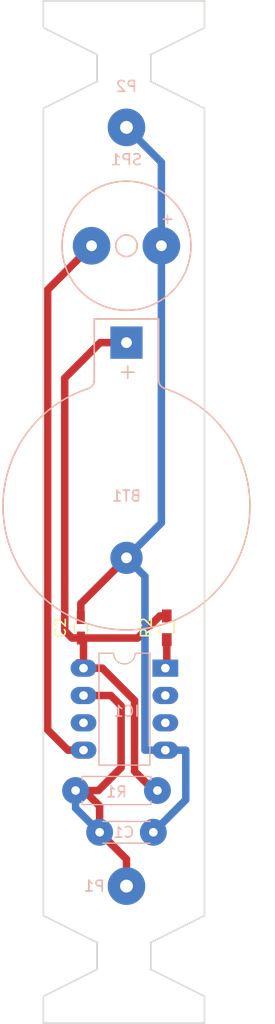
<source format=kicad_pcb>
(kicad_pcb (version 20171130) (host pcbnew "(5.1.12)-1")

  (general
    (thickness 1.6)
    (drawings 20)
    (tracks 50)
    (zones 0)
    (modules 9)
    (nets 9)
  )

  (page A4)
  (layers
    (0 F.Cu signal)
    (31 B.Cu signal)
    (32 B.Adhes user)
    (33 F.Adhes user)
    (34 B.Paste user)
    (35 F.Paste user)
    (36 B.SilkS user)
    (37 F.SilkS user)
    (38 B.Mask user)
    (39 F.Mask user)
    (40 Dwgs.User user)
    (41 Cmts.User user)
    (42 Eco1.User user)
    (43 Eco2.User user)
    (44 Edge.Cuts user)
    (45 Margin user)
    (46 B.CrtYd user)
    (47 F.CrtYd user)
    (48 B.Fab user)
    (49 F.Fab user hide)
  )

  (setup
    (last_trace_width 0.7)
    (trace_clearance 0.2)
    (zone_clearance 1)
    (zone_45_only no)
    (trace_min 0.2)
    (via_size 0.8)
    (via_drill 0.4)
    (via_min_size 0.4)
    (via_min_drill 0.3)
    (uvia_size 0.3)
    (uvia_drill 0.1)
    (uvias_allowed no)
    (uvia_min_size 0.2)
    (uvia_min_drill 0.1)
    (edge_width 0.15)
    (segment_width 0.2)
    (pcb_text_width 0.3)
    (pcb_text_size 1.5 1.5)
    (mod_edge_width 0.15)
    (mod_text_size 1 1)
    (mod_text_width 0.15)
    (pad_size 2.5 2.5)
    (pad_drill 0.8)
    (pad_to_mask_clearance 0.2)
    (aux_axis_origin 0 0)
    (visible_elements 7FFFFFFF)
    (pcbplotparams
      (layerselection 0x01000_7fffffff)
      (usegerberextensions false)
      (usegerberattributes true)
      (usegerberadvancedattributes true)
      (creategerberjobfile true)
      (excludeedgelayer true)
      (linewidth 0.100000)
      (plotframeref false)
      (viasonmask false)
      (mode 1)
      (useauxorigin false)
      (hpglpennumber 1)
      (hpglpenspeed 20)
      (hpglpendiameter 15.000000)
      (psnegative false)
      (psa4output false)
      (plotreference true)
      (plotvalue true)
      (plotinvisibletext false)
      (padsonsilk false)
      (subtractmaskfromsilk false)
      (outputformat 1)
      (mirror false)
      (drillshape 0)
      (scaleselection 1)
      (outputdirectory "./gerbers"))
  )

  (net 0 "")
  (net 1 VCC)
  (net 2 GND)
  (net 3 "Net-(C1-Pad1)")
  (net 4 "Net-(IC1-Pad3)")
  (net 5 "Net-(IC1-Pad6)")
  (net 6 "Net-(IC1-Pad2)")
  (net 7 "Net-(IC1-Pad5)")
  (net 8 "Net-(IC1-Pad1)")

  (net_class Default "This is the default net class."
    (clearance 0.2)
    (trace_width 0.7)
    (via_dia 0.8)
    (via_drill 0.4)
    (uvia_dia 0.3)
    (uvia_drill 0.1)
    (add_net GND)
    (add_net "Net-(C1-Pad1)")
    (add_net "Net-(IC1-Pad1)")
    (add_net "Net-(IC1-Pad2)")
    (add_net "Net-(IC1-Pad3)")
    (add_net "Net-(IC1-Pad5)")
    (add_net "Net-(IC1-Pad6)")
    (add_net VCC)
  )

  (module Battery_Holders:Keystone_103_1x20mm-CoinCell (layer B.Cu) (tedit 589451D0) (tstamp 5894223C)
    (at 142.738 90.76 270)
    (descr http://www.keyelco.com/product-pdf.cfm?p=719)
    (tags "Keystone type 103 battery holder")
    (path /589366D5)
    (fp_text reference BT1 (at 0.25 0 180) (layer B.SilkS)
      (effects (font (size 1 1) (thickness 0.15)) (justify mirror))
    )
    (fp_text value Battery (at 15 -13 270) (layer B.Fab)
      (effects (font (size 1 1) (thickness 0.15)) (justify mirror))
    )
    (fp_line (start -16.45 3.25) (end -10.5 3.25) (layer B.CrtYd) (width 0.05))
    (fp_line (start -16.45 -3.25) (end -10.5 -3.25) (layer B.CrtYd) (width 0.05))
    (fp_line (start -16.45 -3.25) (end -16.45 3.25) (layer B.CrtYd) (width 0.05))
    (fp_line (start -16.2 3) (end -10.5 3) (layer B.SilkS) (width 0.15))
    (fp_line (start -16.2 -3) (end -16.2 3) (layer B.SilkS) (width 0.15))
    (fp_line (start -16.2 -3) (end -10.5 -3) (layer B.SilkS) (width 0.15))
    (fp_line (start 9.5712 -7.7216) (end 8.6568 -6.8834) (layer B.Fab) (width 0.15))
    (fp_line (start 9.5712 7.7216) (end 8.6314 6.858) (layer B.Fab) (width 0.15))
    (fp_line (start -10.4694 2.9) (end -15.7 2.9) (layer B.Fab) (width 0.15))
    (fp_line (start -15.7 -2.9) (end -10.4694 -2.9) (layer B.Fab) (width 0.15))
    (fp_line (start -16.1 2.5) (end -16.1 -2.5) (layer B.Fab) (width 0.15))
    (fp_line (start -14 -1.3) (end 2.2 -1.3) (layer B.Fab) (width 0.15))
    (fp_line (start 2.2 1.3) (end -14 1.3) (layer B.Fab) (width 0.15))
    (fp_line (start -14 1.3) (end -14 -1.3) (layer B.Fab) (width 0.15))
    (fp_text user + (at -11.25 0 270) (layer B.SilkS)
      (effects (font (size 1.5 1.5) (thickness 0.15)) (justify mirror))
    )
    (fp_arc (start -15.7 2.5) (end -16.1 2.5) (angle -90) (layer B.Fab) (width 0.15))
    (fp_arc (start -15.7 -2.5) (end -16.1 -2.5) (angle 90) (layer B.Fab) (width 0.15))
    (fp_arc (start 2.2 0) (end 2.2 1.3) (angle -180) (layer B.Fab) (width 0.15))
    (fp_arc (start -10.5 3.8) (end -10.5 2.9) (angle 70) (layer B.Fab) (width 0.15))
    (fp_arc (start 1.2 0) (end -8.8 1.3) (angle -180) (layer B.Fab) (width 0.15))
    (fp_arc (start 1.2 0) (end -5 1.3) (angle -170) (layer B.Fab) (width 0.15))
    (fp_arc (start 1.2 0) (end -0.7 1.3) (angle -150) (layer B.Fab) (width 0.15))
    (fp_arc (start 1.2 0) (end -0.7 -1.3) (angle 150) (layer B.Fab) (width 0.15))
    (fp_arc (start 1.2 0) (end -5 -1.3) (angle 170) (layer B.Fab) (width 0.15))
    (fp_arc (start 1.2 0) (end -8.8 -1.3) (angle 180) (layer B.Fab) (width 0.15))
    (fp_arc (start 1.2 0) (end -9.65 3.5) (angle -162.5) (layer B.Fab) (width 0.15))
    (fp_arc (start 1.2 0) (end -9.65 -3.5) (angle 162.5) (layer B.Fab) (width 0.15))
    (fp_arc (start -10.5 -3.8) (end -10.5 -2.9) (angle -70) (layer B.Fab) (width 0.15))
    (fp_arc (start -10.5 3.8) (end -10.5 3) (angle 70) (layer B.SilkS) (width 0.15))
    (fp_arc (start 1.2 0) (end -9.75 3.5) (angle -162.5) (layer B.SilkS) (width 0.15))
    (fp_arc (start -10.5 -3.8) (end -10.5 -3) (angle -70) (layer B.SilkS) (width 0.15))
    (fp_arc (start 1.2 0) (end -9.75 -3.5) (angle 162.5) (layer B.SilkS) (width 0.15))
    (fp_arc (start -10.5 3.8) (end -10.5 3.25) (angle 70) (layer B.CrtYd) (width 0.05))
    (fp_arc (start -10.5 -3.8) (end -10.5 -3.25) (angle -70) (layer B.CrtYd) (width 0.05))
    (fp_arc (start 1.2 0) (end -9.985 3.6) (angle -162.5) (layer B.CrtYd) (width 0.05))
    (fp_arc (start 1.2 0) (end -9.985 -3.6) (angle 162.5) (layer B.CrtYd) (width 0.05))
    (pad 1 thru_hole rect (at -14 0 270) (size 3 3) (drill 1) (layers *.Cu *.Mask)
      (net 1 VCC))
    (pad 2 thru_hole circle (at 6 0 270) (size 3 3) (drill 1) (layers *.Cu *.Mask)
      (net 2 GND))
    (pad "" np_thru_hole circle (at -8.1 4.4 270) (size 1.5 1.5) (drill 1.5) (layers *.Cu *.Mask))
    (pad "" np_thru_hole circle (at 8.1 4.4 270) (size 1.5 1.5) (drill 1.5) (layers *.Cu *.Mask))
    (model Battery_Holders.3dshapes/Keystone_103_1x20mm-CoinCell.wrl
      (offset (xyz 15.23999977111816 0 0))
      (scale (xyz 1 1 1))
      (rotate (xyz 0 0 180))
    )
    (model "${KIPRJMOD}/User Library-keystone-PN103.STEP"
      (offset (xyz 0.7999999879852057 0 0))
      (scale (xyz 1 1 1))
      (rotate (xyz -90 0 90))
    )
  )

  (module Buzzers_Beepers:Buzzer_12x9.5RM7.6 (layer B.Cu) (tedit 58949CF1) (tstamp 589422B0)
    (at 142.738 67.76 180)
    (descr "Generic Buzzer, D12mm height 9.5mm with RM7.6mm")
    (tags buzzer)
    (path /58936797)
    (fp_text reference SP1 (at 0 8.001 180) (layer B.SilkS)
      (effects (font (size 1 1) (thickness 0.15)) (justify mirror))
    )
    (fp_text value SPEAKER (at -1.00076 -8.001 180) (layer B.Fab)
      (effects (font (size 1 1) (thickness 0.15)) (justify mirror))
    )
    (fp_circle (center 0 0) (end 1.00076 0) (layer B.SilkS) (width 0.15))
    (fp_circle (center 0 0) (end 6 0) (layer B.SilkS) (width 0.15))
    (fp_text user + (at -3.81 2.54 180) (layer B.SilkS)
      (effects (font (size 1 1) (thickness 0.15)) (justify mirror))
    )
    (pad 2 thru_hole circle (at 3.25 0 180) (size 3.5 3.5) (drill 1.00076) (layers *.Cu *.Mask)
      (net 7 "Net-(IC1-Pad5)"))
    (pad 1 thru_hole circle (at -3.25 0 180) (size 3.5 3.5) (drill 1.00076) (layers *.Cu *.Mask)
      (net 2 GND))
    (model Buzzers_Beepers.3dshapes/Buzzer_12x9.5RM7.6.wrl
      (at (xyz 0 0 0))
      (scale (xyz 4 4 4))
      (rotate (xyz 0 0 0))
    )
  )

  (module Capacitors_SMD:C_0603_HandSoldering (layer F.Cu) (tedit 541A9B4D) (tstamp 5894225C)
    (at 138.488 103.26 90)
    (descr "Capacitor SMD 0603, hand soldering")
    (tags "capacitor 0603")
    (path /5893684A)
    (attr smd)
    (fp_text reference C2 (at 0 -1.9 90) (layer F.SilkS)
      (effects (font (size 1 1) (thickness 0.15)))
    )
    (fp_text value C (at 0 1.9 90) (layer F.Fab)
      (effects (font (size 1 1) (thickness 0.15)))
    )
    (fp_line (start -0.8 0.4) (end -0.8 -0.4) (layer F.Fab) (width 0.1))
    (fp_line (start 0.8 0.4) (end -0.8 0.4) (layer F.Fab) (width 0.1))
    (fp_line (start 0.8 -0.4) (end 0.8 0.4) (layer F.Fab) (width 0.1))
    (fp_line (start -0.8 -0.4) (end 0.8 -0.4) (layer F.Fab) (width 0.1))
    (fp_line (start -1.85 -0.75) (end 1.85 -0.75) (layer F.CrtYd) (width 0.05))
    (fp_line (start -1.85 0.75) (end 1.85 0.75) (layer F.CrtYd) (width 0.05))
    (fp_line (start -1.85 -0.75) (end -1.85 0.75) (layer F.CrtYd) (width 0.05))
    (fp_line (start 1.85 -0.75) (end 1.85 0.75) (layer F.CrtYd) (width 0.05))
    (fp_line (start -0.35 -0.6) (end 0.35 -0.6) (layer F.SilkS) (width 0.12))
    (fp_line (start 0.35 0.6) (end -0.35 0.6) (layer F.SilkS) (width 0.12))
    (pad 2 smd rect (at 0.95 0 90) (size 1.2 0.75) (layers F.Cu F.Paste F.Mask)
      (net 2 GND))
    (pad 1 smd rect (at -0.95 0 90) (size 1.2 0.75) (layers F.Cu F.Paste F.Mask)
      (net 1 VCC))
    (model Capacitors_SMD.3dshapes/C_0603_HandSoldering.wrl
      (at (xyz 0 0 0))
      (scale (xyz 1 1 1))
      (rotate (xyz 0 0 0))
    )
  )

  (module Housings_DIP:DIP-8_W7.62mm_LongPads (layer B.Cu) (tedit 58937C5B) (tstamp 58942277)
    (at 146.358 107.01 180)
    (descr "8-lead dip package, row spacing 7.62 mm (300 mils), LongPads")
    (tags "DIL DIP PDIP 2.54mm 7.62mm 300mil LongPads")
    (path /58936650)
    (fp_text reference IC1 (at 3.62 -4 180) (layer B.SilkS)
      (effects (font (size 1 1) (thickness 0.15)) (justify mirror))
    )
    (fp_text value ATTINY85-P (at 3.81 -10.01 180) (layer B.Fab)
      (effects (font (size 1 1) (thickness 0.15)) (justify mirror))
    )
    (fp_line (start 1.635 1.27) (end 6.985 1.27) (layer B.Fab) (width 0.1))
    (fp_line (start 6.985 1.27) (end 6.985 -8.89) (layer B.Fab) (width 0.1))
    (fp_line (start 6.985 -8.89) (end 0.635 -8.89) (layer B.Fab) (width 0.1))
    (fp_line (start 0.635 -8.89) (end 0.635 0.27) (layer B.Fab) (width 0.1))
    (fp_line (start 0.635 0.27) (end 1.635 1.27) (layer B.Fab) (width 0.1))
    (fp_line (start 2.81 1.39) (end 1.44 1.39) (layer B.SilkS) (width 0.12))
    (fp_line (start 1.44 1.39) (end 1.44 -9.01) (layer B.SilkS) (width 0.12))
    (fp_line (start 1.44 -9.01) (end 6.18 -9.01) (layer B.SilkS) (width 0.12))
    (fp_line (start 6.18 -9.01) (end 6.18 1.39) (layer B.SilkS) (width 0.12))
    (fp_line (start 6.18 1.39) (end 4.81 1.39) (layer B.SilkS) (width 0.12))
    (fp_line (start -1.5 1.6) (end -1.5 -9.2) (layer B.CrtYd) (width 0.05))
    (fp_line (start -1.5 -9.2) (end 9.1 -9.2) (layer B.CrtYd) (width 0.05))
    (fp_line (start 9.1 -9.2) (end 9.1 1.6) (layer B.CrtYd) (width 0.05))
    (fp_line (start 9.1 1.6) (end -1.5 1.6) (layer B.CrtYd) (width 0.05))
    (fp_arc (start 3.81 1.39) (end 2.81 1.39) (angle 180) (layer B.SilkS) (width 0.12))
    (pad 8 thru_hole oval (at 7.62 0 180) (size 2.4 1.6) (drill 0.8) (layers *.Cu *.Mask)
      (net 1 VCC))
    (pad 4 thru_hole oval (at 0 -7.62 180) (size 2.4 1.6) (drill 0.8) (layers *.Cu *.Mask)
      (net 2 GND))
    (pad 7 thru_hole oval (at 7.62 -2.54 180) (size 2.4 1.6) (drill 0.8) (layers *.Cu *.Mask)
      (net 3 "Net-(C1-Pad1)"))
    (pad 3 thru_hole oval (at 0 -5.08 180) (size 2.4 1.6) (drill 0.8) (layers *.Cu *.Mask)
      (net 4 "Net-(IC1-Pad3)"))
    (pad 6 thru_hole oval (at 7.62 -5.08 180) (size 2.4 1.6) (drill 0.8) (layers *.Cu *.Mask)
      (net 5 "Net-(IC1-Pad6)"))
    (pad 2 thru_hole oval (at 0 -2.54 180) (size 2.4 1.6) (drill 0.8) (layers *.Cu *.Mask)
      (net 6 "Net-(IC1-Pad2)"))
    (pad 5 thru_hole oval (at 7.62 -7.62 180) (size 2.4 1.6) (drill 0.8) (layers *.Cu *.Mask)
      (net 7 "Net-(IC1-Pad5)"))
    (pad 1 thru_hole rect (at 0 0 180) (size 2.4 1.6) (drill 0.8) (layers *.Cu *.Mask)
      (net 8 "Net-(IC1-Pad1)"))
    (model Housings_DIP.3dshapes/DIP-8_W7.62mm_LongPads.wrl
      (at (xyz 0 0 0))
      (scale (xyz 1 1 1))
      (rotate (xyz 0 0 0))
    )
  )

  (module Wire_Pads:SolderWirePad_single_1-2mmDrill (layer B.Cu) (tedit 0) (tstamp 5894227C)
    (at 142.738 127.26 180)
    (path /58936F77)
    (fp_text reference P1 (at 3 0 180) (layer B.SilkS)
      (effects (font (size 1 1) (thickness 0.15)) (justify mirror))
    )
    (fp_text value CONN_01X01 (at -1.905 -3.175 180) (layer B.Fab)
      (effects (font (size 1 1) (thickness 0.15)) (justify mirror))
    )
    (pad 1 thru_hole circle (at 0 0 180) (size 3.50012 3.50012) (drill 1.19888) (layers *.Cu *.Mask)
      (net 3 "Net-(C1-Pad1)"))
  )

  (module Wire_Pads:SolderWirePad_single_1-2mmDrill (layer B.Cu) (tedit 0) (tstamp 58942281)
    (at 142.738 56.76 180)
    (path /5893701C)
    (fp_text reference P2 (at 0 3.81 180) (layer B.SilkS)
      (effects (font (size 1 1) (thickness 0.15)) (justify mirror))
    )
    (fp_text value CONN_01X01 (at -1.905 -3.175 180) (layer B.Fab)
      (effects (font (size 1 1) (thickness 0.15)) (justify mirror))
    )
    (pad 1 thru_hole circle (at 0 0 180) (size 3.50012 3.50012) (drill 1.19888) (layers *.Cu *.Mask)
      (net 2 GND))
  )

  (module Resistors_THT:R_Axial_DIN0207_L6.3mm_D2.5mm_P7.62mm_Horizontal (layer B.Cu) (tedit 58949D37) (tstamp 58942297)
    (at 138 118.38)
    (descr "Resistor, Axial_DIN0207 series, Axial, Horizontal, pin pitch=7.62mm, 0.25W = 1/4W, length*diameter=6.3*2.5mm^2, http://cdn-reichelt.de/documents/datenblatt/B400/1_4W%23YAG.pdf")
    (tags "Resistor Axial_DIN0207 series Axial Horizontal pin pitch 7.62mm 0.25W = 1/4W length 6.3mm diameter 2.5mm")
    (path /58936BC9)
    (fp_text reference R1 (at 3.81 0.129646) (layer B.SilkS)
      (effects (font (size 1 1) (thickness 0.15)) (justify mirror))
    )
    (fp_text value R (at 3.81 -2.31) (layer B.Fab)
      (effects (font (size 1 1) (thickness 0.15)) (justify mirror))
    )
    (fp_line (start 0.66 1.25) (end 0.66 -1.25) (layer B.Fab) (width 0.1))
    (fp_line (start 0.66 -1.25) (end 6.96 -1.25) (layer B.Fab) (width 0.1))
    (fp_line (start 6.96 -1.25) (end 6.96 1.25) (layer B.Fab) (width 0.1))
    (fp_line (start 6.96 1.25) (end 0.66 1.25) (layer B.Fab) (width 0.1))
    (fp_line (start 0 0) (end 0.66 0) (layer B.Fab) (width 0.1))
    (fp_line (start 7.62 0) (end 6.96 0) (layer B.Fab) (width 0.1))
    (fp_line (start 0.6 0.98) (end 0.6 1.31) (layer B.SilkS) (width 0.12))
    (fp_line (start 0.6 1.31) (end 7.02 1.31) (layer B.SilkS) (width 0.12))
    (fp_line (start 7.02 1.31) (end 7.02 0.98) (layer B.SilkS) (width 0.12))
    (fp_line (start 0.6 -0.98) (end 0.6 -1.31) (layer B.SilkS) (width 0.12))
    (fp_line (start 0.6 -1.31) (end 7.02 -1.31) (layer B.SilkS) (width 0.12))
    (fp_line (start 7.02 -1.31) (end 7.02 -0.98) (layer B.SilkS) (width 0.12))
    (fp_line (start -1.05 1.6) (end -1.05 -1.6) (layer B.CrtYd) (width 0.05))
    (fp_line (start -1.05 -1.6) (end 8.7 -1.6) (layer B.CrtYd) (width 0.05))
    (fp_line (start 8.7 -1.6) (end 8.7 1.6) (layer B.CrtYd) (width 0.05))
    (fp_line (start 8.7 1.6) (end -1.05 1.6) (layer B.CrtYd) (width 0.05))
    (pad 2 thru_hole oval (at 7.62 0) (size 2.5 2.5) (drill 0.8) (layers *.Cu *.Mask)
      (net 1 VCC))
    (pad 1 thru_hole circle (at 0 0) (size 2.5 2.5) (drill 0.8) (layers *.Cu *.Mask)
      (net 3 "Net-(C1-Pad1)"))
    (model :sys3d:Resistors_ThroughHole.3dshapes/R_Axial_DIN0207_L6.3mm_D2.5mm_P7.62mm_Horizontal.wrl
      (at (xyz 0 0 0))
      (scale (xyz 0.3937 0.3937 0.3937))
      (rotate (xyz 0 0 0))
    )
  )

  (module Resistors_SMD:R_0603_HandSoldering (layer F.Cu) (tedit 58307AEF) (tstamp 589422A7)
    (at 146.488 103.26 90)
    (descr "Resistor SMD 0603, hand soldering")
    (tags "resistor 0603")
    (path /589368FA)
    (attr smd)
    (fp_text reference R2 (at 0 -1.9 90) (layer F.SilkS)
      (effects (font (size 1 1) (thickness 0.15)))
    )
    (fp_text value R (at 0 1.9 90) (layer F.Fab)
      (effects (font (size 1 1) (thickness 0.15)))
    )
    (fp_line (start -0.8 0.4) (end -0.8 -0.4) (layer F.Fab) (width 0.1))
    (fp_line (start 0.8 0.4) (end -0.8 0.4) (layer F.Fab) (width 0.1))
    (fp_line (start 0.8 -0.4) (end 0.8 0.4) (layer F.Fab) (width 0.1))
    (fp_line (start -0.8 -0.4) (end 0.8 -0.4) (layer F.Fab) (width 0.1))
    (fp_line (start -2 -0.8) (end 2 -0.8) (layer F.CrtYd) (width 0.05))
    (fp_line (start -2 0.8) (end 2 0.8) (layer F.CrtYd) (width 0.05))
    (fp_line (start -2 -0.8) (end -2 0.8) (layer F.CrtYd) (width 0.05))
    (fp_line (start 2 -0.8) (end 2 0.8) (layer F.CrtYd) (width 0.05))
    (fp_line (start 0.5 0.675) (end -0.5 0.675) (layer F.SilkS) (width 0.15))
    (fp_line (start -0.5 -0.675) (end 0.5 -0.675) (layer F.SilkS) (width 0.15))
    (pad 2 smd rect (at 1.1 0 90) (size 1.2 0.9) (layers F.Cu F.Paste F.Mask)
      (net 1 VCC))
    (pad 1 smd rect (at -1.1 0 90) (size 1.2 0.9) (layers F.Cu F.Paste F.Mask)
      (net 8 "Net-(IC1-Pad1)"))
    (model Resistors_SMD.3dshapes/R_0603_HandSoldering.wrl
      (at (xyz 0 0 0))
      (scale (xyz 1 1 1))
      (rotate (xyz 0 0 0))
    )
  )

  (module Capacitors_ThroughHole:C_Disc_D4.3mm_W1.9mm_P5.00mm (layer B.Cu) (tedit 58949D24) (tstamp 58942B8F)
    (at 140.238 122.26)
    (descr "C, Disc series, Radial, pin pitch=5.00mm, , diameter*width=4.3*1.9mm^2, Capacitor, http://www.vishay.com/docs/45233/krseries.pdf")
    (tags "C Disc series Radial pin pitch 5.00mm  diameter 4.3mm width 1.9mm Capacitor")
    (path /58937173)
    (fp_text reference C1 (at 2.25 0) (layer B.SilkS)
      (effects (font (size 1 1) (thickness 0.15)) (justify mirror))
    )
    (fp_text value C (at 2.5 -2.01) (layer B.Fab)
      (effects (font (size 1 1) (thickness 0.15)) (justify mirror))
    )
    (fp_line (start 0.35 0.95) (end 0.35 -0.95) (layer B.Fab) (width 0.1))
    (fp_line (start 0.35 -0.95) (end 4.65 -0.95) (layer B.Fab) (width 0.1))
    (fp_line (start 4.65 -0.95) (end 4.65 0.95) (layer B.Fab) (width 0.1))
    (fp_line (start 4.65 0.95) (end 0.35 0.95) (layer B.Fab) (width 0.1))
    (fp_line (start 0.29 1.01) (end 4.71 1.01) (layer B.SilkS) (width 0.12))
    (fp_line (start 0.29 -1.01) (end 4.71 -1.01) (layer B.SilkS) (width 0.12))
    (fp_line (start 0.29 1.01) (end 0.29 0.996) (layer B.SilkS) (width 0.12))
    (fp_line (start 0.29 -0.996) (end 0.29 -1.01) (layer B.SilkS) (width 0.12))
    (fp_line (start 4.71 1.01) (end 4.71 0.996) (layer B.SilkS) (width 0.12))
    (fp_line (start 4.71 -0.996) (end 4.71 -1.01) (layer B.SilkS) (width 0.12))
    (fp_line (start -1.05 1.3) (end -1.05 -1.3) (layer B.CrtYd) (width 0.05))
    (fp_line (start -1.05 -1.3) (end 6.05 -1.3) (layer B.CrtYd) (width 0.05))
    (fp_line (start 6.05 -1.3) (end 6.05 1.3) (layer B.CrtYd) (width 0.05))
    (fp_line (start 6.05 1.3) (end -1.05 1.3) (layer B.CrtYd) (width 0.05))
    (pad 2 thru_hole circle (at 5 0) (size 2.5 2.5) (drill 0.8) (layers *.Cu *.Mask)
      (net 2 GND))
    (pad 1 thru_hole circle (at 0 0) (size 2.5 2.5) (drill 0.8) (layers *.Cu *.Mask)
      (net 3 "Net-(C1-Pad1)"))
    (model Capacitors_ThroughHole.3dshapes/C_Disc_D4.3mm_W1.9mm_P5.00mm.wrl
      (at (xyz 0 0 0))
      (scale (xyz 0.393701 0.393701 0.393701))
      (rotate (xyz 0 0 0))
    )
    (model :sys3d:Capacitors_ThroughHole.3dshapes/C_Disc_D6_P5.wrl
      (offset (xyz 2.499999962453767 0 0))
      (scale (xyz 1 1 1))
      (rotate (xyz 0 0 0))
    )
  )

  (gr_line (start 135 140) (end 135 137.5) (layer Edge.Cuts) (width 0.15))
  (gr_line (start 150 140) (end 150 137.5) (layer Edge.Cuts) (width 0.15))
  (gr_line (start 135 45) (end 135 47.5) (layer Edge.Cuts) (width 0.15))
  (gr_line (start 150 45) (end 150 47.5) (layer Edge.Cuts) (width 0.15))
  (gr_line (start 145 132.5) (end 150 130) (layer Edge.Cuts) (width 0.15))
  (gr_line (start 145 135) (end 145 132.5) (layer Edge.Cuts) (width 0.15))
  (gr_line (start 150 137.5) (end 145 135) (layer Edge.Cuts) (width 0.15))
  (gr_line (start 135 140) (end 150 140) (layer Edge.Cuts) (width 0.15))
  (gr_line (start 140 135) (end 135 137.5) (layer Edge.Cuts) (width 0.15))
  (gr_line (start 140 132.5) (end 140 135) (layer Edge.Cuts) (width 0.15))
  (gr_line (start 135 130) (end 140 132.5) (layer Edge.Cuts) (width 0.15))
  (gr_line (start 145 52.5) (end 150 55) (layer Edge.Cuts) (width 0.15))
  (gr_line (start 145 50) (end 145 52.5) (layer Edge.Cuts) (width 0.15))
  (gr_line (start 150 47.5) (end 145 50) (layer Edge.Cuts) (width 0.15))
  (gr_line (start 135 45) (end 150 45) (layer Edge.Cuts) (width 0.15))
  (gr_line (start 140 50) (end 135 47.5) (layer Edge.Cuts) (width 0.15))
  (gr_line (start 140 52.5) (end 140 50) (layer Edge.Cuts) (width 0.15))
  (gr_line (start 135 55) (end 140 52.5) (layer Edge.Cuts) (width 0.15))
  (gr_line (start 135 130) (end 135 55) (layer Edge.Cuts) (width 0.15))
  (gr_line (start 150 55) (end 150 130) (layer Edge.Cuts) (width 0.15))

  (segment (start 142.488 76.76) (end 142.738 76.76) (width 0.7) (layer F.Cu) (net 1))
  (segment (start 142.488 76.76) (end 140.288 76.76) (width 0.7) (layer F.Cu) (net 1))
  (segment (start 140.288 76.76) (end 136.988 80.06) (width 0.7) (layer F.Cu) (net 1))
  (segment (start 136.988 80.06) (end 136.988 103.535) (width 0.7) (layer F.Cu) (net 1))
  (segment (start 136.988 103.535) (end 137.663 104.21) (width 0.7) (layer F.Cu) (net 1))
  (segment (start 137.663 104.21) (end 138.488 104.21) (width 0.7) (layer F.Cu) (net 1))
  (segment (start 145.62 118.38) (end 145.281 118.38) (width 0.7) (layer F.Cu) (net 1))
  (segment (start 145.281 118.38) (end 143.488 116.587) (width 0.7) (layer F.Cu) (net 1))
  (segment (start 143.488 116.587) (end 143.488 110.01) (width 0.7) (layer F.Cu) (net 1))
  (segment (start 143.488 110.01) (end 140.488 107.01) (width 0.7) (layer F.Cu) (net 1))
  (segment (start 140.488 107.01) (end 138.738 107.01) (width 0.7) (layer F.Cu) (net 1))
  (segment (start 146.413 118.38) (end 145.62 118.38) (width 0.7) (layer F.Cu) (net 1))
  (segment (start 138.238 106.51) (end 138.738 107.01) (width 0.7) (layer F.Cu) (net 1))
  (segment (start 138.738 107.01) (end 138.738 104.46) (width 0.7) (layer F.Cu) (net 1))
  (segment (start 138.738 104.46) (end 138.488 104.21) (width 0.7) (layer F.Cu) (net 1))
  (segment (start 138.488 104.21) (end 143.788 104.21) (width 0.7) (layer F.Cu) (net 1))
  (segment (start 143.788 104.21) (end 145.838 102.16) (width 0.7) (layer F.Cu) (net 1))
  (segment (start 145.838 102.16) (end 146.488 102.16) (width 0.7) (layer F.Cu) (net 1))
  (segment (start 145.988 67.76) (end 145.988 93.51) (width 0.7) (layer B.Cu) (net 2))
  (segment (start 145.988 93.51) (end 142.738 96.76) (width 0.7) (layer B.Cu) (net 2))
  (segment (start 142.738 56.76) (end 145.988 60.01) (width 0.7) (layer B.Cu) (net 2))
  (segment (start 145.988 60.01) (end 145.988 67.76) (width 0.7) (layer B.Cu) (net 2))
  (segment (start 138.488 102.31) (end 138.488 101.01) (width 0.7) (layer F.Cu) (net 2))
  (segment (start 138.488 101.01) (end 142.738 96.76) (width 0.7) (layer F.Cu) (net 2))
  (segment (start 146.358 114.63) (end 144.458 114.63) (width 0.7) (layer B.Cu) (net 2))
  (segment (start 144.458 114.63) (end 144.458 98.48) (width 0.7) (layer B.Cu) (net 2))
  (segment (start 144.458 98.48) (end 142.738 96.76) (width 0.7) (layer B.Cu) (net 2))
  (segment (start 146.7916 114.63) (end 146.358 114.63) (width 0.7) (layer B.Cu) (net 2))
  (segment (start 146.7916 114.63) (end 148.258 114.63) (width 0.7) (layer B.Cu) (net 2))
  (segment (start 145.238 122.26) (end 148.258 119.24) (width 0.7) (layer B.Cu) (net 2))
  (segment (start 148.258 119.24) (end 148.258 114.63) (width 0.7) (layer B.Cu) (net 2))
  (segment (start 140.238 122.26) (end 138 120.022) (width 0.7) (layer B.Cu) (net 3))
  (segment (start 138 120.022) (end 138 118.38) (width 0.7) (layer B.Cu) (net 3))
  (segment (start 140.238 122.26) (end 140.238 119.826) (width 0.7) (layer F.Cu) (net 3))
  (segment (start 140.238 119.826) (end 138.793 118.38) (width 0.7) (layer F.Cu) (net 3))
  (segment (start 138.793 118.38) (end 140.118 118.38) (width 0.7) (layer F.Cu) (net 3))
  (segment (start 140.118 118.38) (end 142.238 116.26) (width 0.7) (layer F.Cu) (net 3))
  (segment (start 142.238 116.26) (end 142.238 110.51) (width 0.7) (layer F.Cu) (net 3))
  (segment (start 142.238 110.51) (end 141.278 109.55) (width 0.7) (layer F.Cu) (net 3))
  (segment (start 141.278 109.55) (end 138.738 109.55) (width 0.7) (layer F.Cu) (net 3))
  (segment (start 142.738 127.26) (end 142.738 124.76) (width 0.7) (layer F.Cu) (net 3))
  (segment (start 142.738 124.76) (end 140.238 122.26) (width 0.7) (layer F.Cu) (net 3))
  (segment (start 138.338 114.63) (end 137.288 114.63) (width 0.7) (layer F.Cu) (net 7))
  (segment (start 137.288 114.63) (end 135.4 112.742) (width 0.7) (layer F.Cu) (net 7))
  (segment (start 135.4 112.742) (end 135.4 71.8481) (width 0.7) (layer F.Cu) (net 7))
  (segment (start 135.4 71.8481) (end 139.488 67.76) (width 0.7) (layer F.Cu) (net 7))
  (segment (start 138.738 114.63) (end 138.338 114.63) (width 0.7) (layer F.Cu) (net 7))
  (segment (start 138.738 114.63) (end 138.338 114.63) (width 0.25) (layer F.Cu) (net 7))
  (segment (start 146.488 104.36) (end 146.488 106.88) (width 0.7) (layer F.Cu) (net 8))
  (segment (start 146.488 106.88) (end 146.358 107.01) (width 0.7) (layer F.Cu) (net 8))

)

</source>
